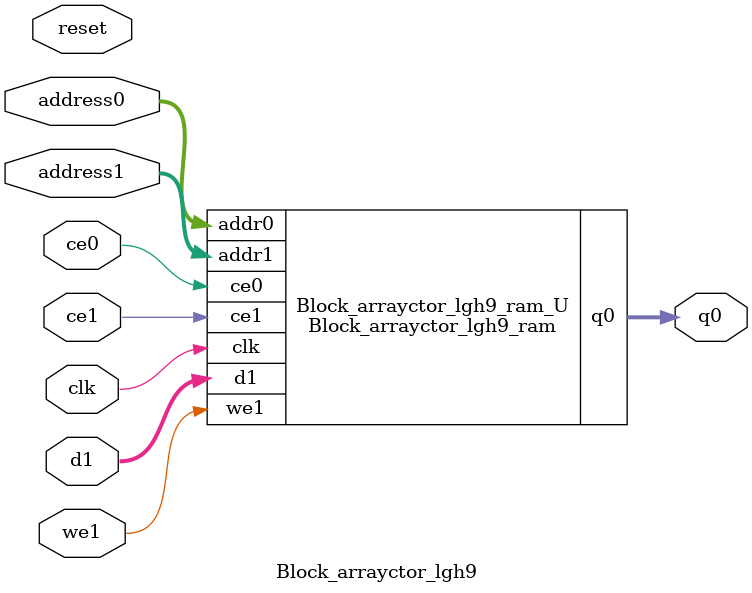
<source format=v>
`timescale 1 ns / 1 ps
module Block_arrayctor_lgh9_ram (addr0, ce0, q0, addr1, ce1, d1, we1,  clk);

parameter DWIDTH = 5;
parameter AWIDTH = 6;
parameter MEM_SIZE = 64;

input[AWIDTH-1:0] addr0;
input ce0;
output reg[DWIDTH-1:0] q0;
input[AWIDTH-1:0] addr1;
input ce1;
input[DWIDTH-1:0] d1;
input we1;
input clk;

(* ram_style = "distributed" *)reg [DWIDTH-1:0] ram[0:MEM_SIZE-1];




always @(posedge clk)  
begin 
    if (ce0) begin
        q0 <= ram[addr0];
    end
end


always @(posedge clk)  
begin 
    if (ce1) begin
        if (we1) 
            ram[addr1] <= d1; 
    end
end


endmodule

`timescale 1 ns / 1 ps
module Block_arrayctor_lgh9(
    reset,
    clk,
    address0,
    ce0,
    q0,
    address1,
    ce1,
    we1,
    d1);

parameter DataWidth = 32'd5;
parameter AddressRange = 32'd64;
parameter AddressWidth = 32'd6;
input reset;
input clk;
input[AddressWidth - 1:0] address0;
input ce0;
output[DataWidth - 1:0] q0;
input[AddressWidth - 1:0] address1;
input ce1;
input we1;
input[DataWidth - 1:0] d1;



Block_arrayctor_lgh9_ram Block_arrayctor_lgh9_ram_U(
    .clk( clk ),
    .addr0( address0 ),
    .ce0( ce0 ),
    .q0( q0 ),
    .addr1( address1 ),
    .ce1( ce1 ),
    .we1( we1 ),
    .d1( d1 ));

endmodule


</source>
